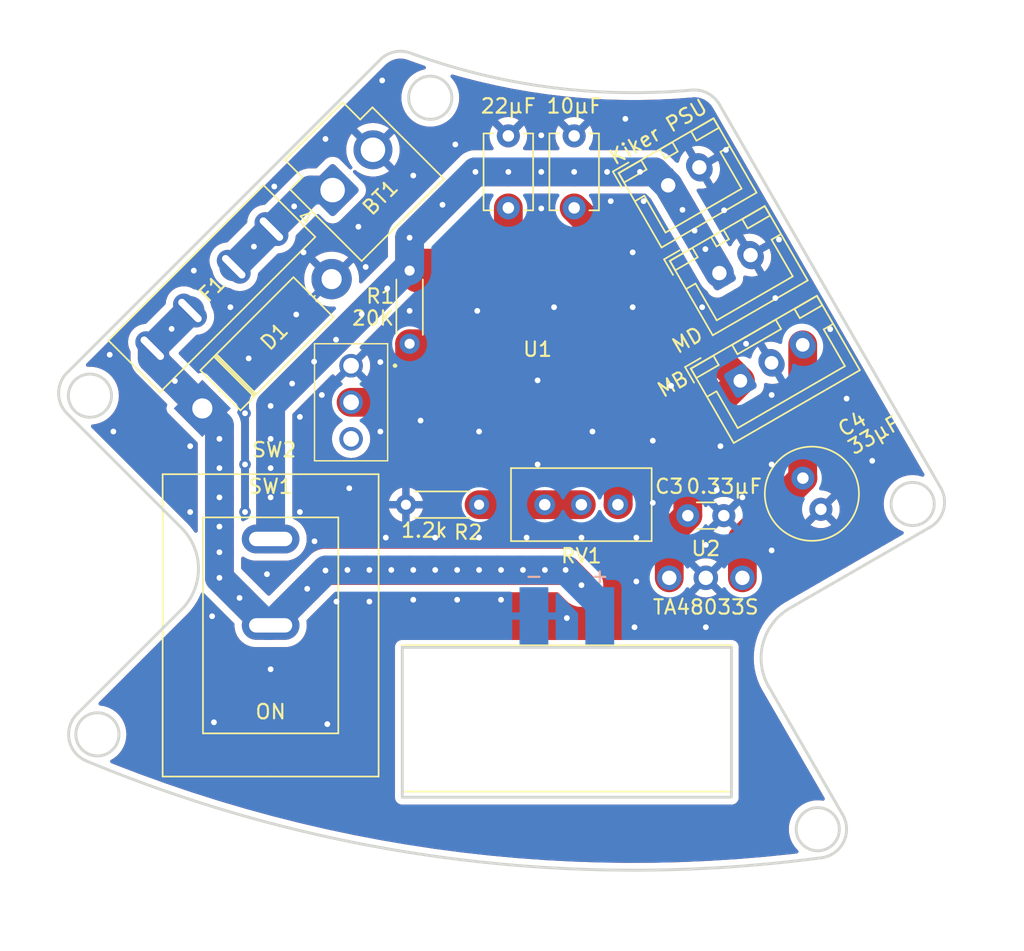
<source format=kicad_pcb>
(kicad_pcb (version 20211014) (generator pcbnew)
  (layers (0 "F.Cu" signal) (31 "B.Cu" signal) (34 "B.Paste" user) (35 "F.Paste" user) (36 "B.SilkS" user "B.Silkscreen") (37 "F.SilkS" user "F.Silkscreen") (38 "B.Mask" user) (39 "F.Mask" user) (44 "Edge.Cuts" user))
  (net 0 "")
  (net 1 "Net-(BT1-Pad1)")
  (net 2 "GND")
  (net 3 "+7.5V")
  (net 4 "+5V")
  (net 5 "Net-(D1-Pad1)")
  (net 6 "Net-(R2-Pad1)")
  (net 7 "Net-(RV1-Pad3)")
  (net 9 "+3V3")
  (net 10 "Net-(R1-Pad2)")
  (footprint "Lib:fuse_socket" (layer "F.Cu") (at 130.81 95.504 -135)
    (fp_text reference "F1" (at 0 2.514472 45) (layer "F.SilkS"))
    (fp_text value "Fuse")
    (fp_line (start 7.62 0) (end 0 0) (layer "F.SilkS") (width 0.12))
    (fp_line (start -7.62 5.08) (end 0 5.08) (layer "F.SilkS") (width 0.12))
    (fp_line (start -7.62 0) (end -7.62 5.08) (layer "F.SilkS") (width 0.12))
    (fp_line (start 0 5.08) (end 7.62 5.08) (layer "F.SilkS") (width 0.12))
    (fp_line (start 7.62 5.08) (end 7.62 0) (layer "F.SilkS") (width 0.12))
    (fp_line (start 0 0) (end -7.62 0) (layer "F.SilkS") (width 0.12))
    (pad "1" thru_hole oval locked (at -5.85 2.54 225) (size 1.5 2.7) (drill oval 0.5 2.1) (layers *.Cu *.Mask) (net 1 "Net-(BT1-Pad1)"))
    (pad "1" thru_hole oval locked (at -2.15 2.54 225) (size 1.5 2.7) (drill oval 0.5 2.1) (layers *.Cu *.Mask) (net 1 "Net-(BT1-Pad1)"))
    (pad "2" thru_hole oval locked (at 5.85 2.54 225) (size 1.5 2.7) (drill oval 0.5 2.1) (layers *.Cu *.Mask) (net 5 "Net-(D1-Pad1)"))
    (pad "2" thru_hole oval locked (at 2.15 2.54 225) (size 1.5 2.7) (drill oval 0.5 2.1) (layers *.Cu *.Mask) (net 5 "Net-(D1-Pad1)"))
  )
  (footprint "Diode_THT:D_5W_P12.70mm_Horizontal" (layer "F.Cu") (at 128.351872 102.026129 45)
    (fp_text reference "D1" (at 7.068421 -0.000001 45) (layer "F.SilkS"))
    (fp_text value "D_Shockley" hide)
    (fp_line (start 10.92 -1.97) (end 1.78 -1.97) (layer "F.SilkS") (width 0.12))
    (fp_line (start 3.235 -1.97) (end 3.235 1.97) (layer "F.SilkS") (width 0.12))
    (fp_line (start 11.06 0) (end 10.92 0) (layer "F.SilkS") (width 0.12))
    (fp_line (start 10.92 1.97) (end 10.92 -1.97) (layer "F.SilkS") (width 0.12))
    (fp_line (start 3.115 -1.97) (end 3.115 1.97) (layer "F.SilkS") (width 0.12))
    (fp_line (start 3.355 -1.97) (end 3.355 1.97) (layer "F.SilkS") (width 0.12))
    (fp_line (start 1.78 1.97) (end 10.92 1.97) (layer "F.SilkS") (width 0.12))
    (fp_line (start 1.78 -1.97) (end 1.78 1.97) (layer "F.SilkS") (width 0.12))
    (fp_line (start 1.64 0) (end 1.78 0) (layer "F.SilkS") (width 0.12))
    (pad "1" thru_hole rect (at 0 0 45) (size 2.8 2.8) (drill 1.4) (layers *.Cu *.Mask) (net 5 "Net-(D1-Pad1)"))
    (pad "2" thru_hole oval (at 12.7 0 45) (size 2.8 2.8) (drill 1.4) (layers *.Cu *.Mask) (net 2 "GND"))
  )
  (footprint "Capacitor_THT:C_Radial_D6.3mm_H11.0mm_P2.50mm" (layer "F.Cu") (at 170.063 106.867468 -60)
    (fp_text reference "C4" (at -1.532438 -4.832675 210) (layer "F.SilkS"))
    (fp_text value "33μF" hide)
    (fp_circle (center 1.25 0) (end 4.52 0) (layer "F.SilkS") (width 0.12) (fill none))
    (pad "1" thru_hole circle (at 0 0 300) (size 1.6 1.6) (drill 0.8) (layers *.Cu *.Mask) (net 9 "+3V3"))
    (pad "2" thru_hole circle (at 2.5 0 300) (size 1.6 1.6) (drill 0.8) (layers *.Cu *.Mask) (net 2 "GND"))
  )
  (footprint "Connector_JST:JST_XH_B2B-XH-A_1x02_P2.50mm_Vertical" (layer "F.Cu") (at 160.706969 86.530337 30)
    (fp_text reference "Kiker PSU" (at 1.25 -3.55 30) (layer "F.SilkS"))
    (fp_text value "Conn_01x02_Female" hide)
    (fp_line (start 5.06 3.51) (end 5.06 -2.46) (layer "F.SilkS") (width 0.12))
    (fp_line (start 3.25 -1.7) (end 5.05 -1.7) (layer "F.SilkS") (width 0.12))
    (fp_line (start -0.75 -1.7) (end -0.75 -2.45) (layer "F.SilkS") (width 0.12))
    (fp_line (start 4.3 2.75) (end 1.25 2.75) (layer "F.SilkS") (width 0.12))
    (fp_line (start 5.06 -2.46) (end -2.56 -2.46) (layer "F.SilkS") (width 0.12))
    (fp_line (start 0.75 -2.45) (end 0.75 -1.7) (layer "F.SilkS") (width 0.12))
    (fp_line (start -1.6 -2.75) (end -2.85 -2.75) (layer "F.SilkS") (width 0.12))
    (fp_line (start 0.75 -1.7) (end 1.75 -1.7) (layer "F.SilkS") (width 0.12))
    (fp_line (start -1.8 2.75) (end 1.25 2.75) (layer "F.SilkS") (width 0.12))
    (fp_line (start -2.56 3.51) (end 5.06 3.51) (layer "F.SilkS") (width 0.12))
    (fp_line (start 3.25 -2.45) (end 3.25 -1.7) (layer "F.SilkS") (width 0.12))
    (fp_line (start 4.3 -0.2) (end 4.3 2.75) (layer "F.SilkS") (width 0.12))
    (fp_line (start 5.05 -1.7) (end 5.05 -2.45) (layer "F.SilkS") (width 0.12))
    (fp_line (start 1.75 -1.7) (end 1.75 -2.45) (layer "F.SilkS") (width 0.12))
    (fp_line (start -0.75 -2.45) (end -2.55 -2.45) (layer "F.SilkS") (width 0.12))
    (fp_line (start 5.05 -0.2) (end 4.3 -0.2) (layer "F.SilkS") (width 0.12))
    (fp_line (start -2.55 -2.45) (end -2.55 -1.7) (layer "F.SilkS") (width 0.12))
    (fp_line (start -2.56 -2.46) (end -2.56 3.51) (layer "F.SilkS") (width 0.12))
    (fp_line (start -2.55 -0.2) (end -1.8 -0.2) (layer "F.SilkS") (width 0.12))
    (fp_line (start -2.85 -2.75) (end -2.85 -1.5) (layer "F.SilkS") (width 0.12))
    (fp_line (start 5.05 -2.45) (end 3.25 -2.45) (layer "F.SilkS") (width 0.12))
    (fp_line (start -2.55 -1.7) (end -0.75 -1.7) (layer "F.SilkS") (width 0.12))
    (fp_line (start -1.8 -0.2) (end -1.8 2.75) (layer "F.SilkS") (width 0.12))
    (fp_line (start 1.75 -2.45) (end 0.75 -2.45) (layer "F.SilkS") (width 0.12))
    (pad "1" thru_hole roundrect (at 0 0 30) (size 1.7 2) (drill 1) (layers *.Cu *.Mask) (roundrect_rratio 0.1470588235) (net 3 "+7.5V"))
    (pad "2" thru_hole oval (at 2.5 0 30) (size 1.7 2) (drill 1) (layers *.Cu *.Mask) (net 2 "GND"))
  )
  (footprint "Capacitor_THT:C_Disc_D5.1mm_W3.2mm_P5.00mm" (layer "F.Cu") (at 149.606 88.098 90)
    (fp_text reference "22μF" (at 7.072 0 180) (layer "F.SilkS"))
    (fp_text value "22μF")
    (fp_line (start -0.17 -1.721) (end 5.17 -1.721) (layer "F.SilkS") (width 0.12))
    (fp_line (start -0.17 1.721) (end 5.17 1.721) (layer "F.SilkS") (width 0.12))
    (fp_line (start 5.17 -1.721) (end 5.17 -1.055) (layer "F.SilkS") (width 0.12))
    (fp_line (start -0.17 1.055) (end -0.17 1.721) (layer "F.SilkS") (width 0.12))
    (fp_line (start -0.17 -1.721) (end -0.17 -1.055) (layer "F.SilkS") (width 0.12))
    (fp_line (start 5.17 1.055) (end 5.17 1.721) (layer "F.SilkS") (width 0.12))
    (pad "1" thru_hole circle (at 0 0 90) (size 1.6 1.6) (drill 0.8) (layers *.Cu *.Mask) (net 3 "+7.5V"))
    (pad "2" thru_hole circle (at 5 0 90) (size 1.6 1.6) (drill 0.8) (layers *.Cu *.Mask) (net 2 "GND"))
  )
  (footprint "Lib:2MS1T2B4M2QES" (layer "F.Cu") (at 138.684 99.06 180)
    (fp_text reference "SW2" (at 5.334 -5.842) (layer "F.SilkS"))
    (fp_text value "SW_DIP_x01" hide)
    (fp_line (start -2.54 -6.605) (end -2.54 1.525) (layer "F.SilkS") (width 0.1))
    (fp_line (start -3.1 0) (end -3.1 0) (layer "F.SilkS") (width 0.2))
    (fp_line (start 2.54 -6.605) (end -2.54 -6.605) (layer "F.SilkS") (width 0.1))
    (fp_line (start -3 0) (end -3 0) (layer "F.SilkS") (width 0.2))
    (fp_line (start -2.54 1.525) (end 2.54 1.525) (layer "F.SilkS") (width 0.1))
    (fp_line (start -3.1 0) (end -3.1 0) (layer "F.SilkS") (width 0.2))
    (fp_line (start 2.54 1.525) (end 2.54 -6.605) (layer "F.SilkS") (width 0.1))
    (fp_arc (start -3 0) (mid -3.05 0.05) (end -3.1 0) (layer "F.SilkS") (width 0.2))
    (fp_arc (start -3.1 0) (mid -3.05 -0.05) (end -3 0) (layer "F.SilkS") (width 0.2))
    (fp_arc (start -3 0) (mid -3.05 0.05) (end -3.1 0) (layer "F.SilkS") (width 0.2))
    (pad "1" thru_hole circle locked (at 0 0 180) (size 1.635 1.635) (drill 1.09) (layers *.Cu *.Mask) (net 2 "GND"))
    (pad "2" thru_hole circle locked (at 0 -2.54 180) (size 1.635 1.635) (drill 1.09) (layers *.Cu *.Mask) (net 10 "Net-(R1-Pad2)"))
    (pad "3" thru_hole circle locked (at 0 -5.08 180) (size 1.635 1.635) (drill 1.09) (layers *.Cu *.Mask))
  )
  (footprint "Connector_JST:JST_XH_B3B-XH-A_1x03_P2.50mm_Vertical" (layer "F.Cu") (at 165.720437 100.109337 30)
    (fp_text reference "MB" (at -4.167173 -2.151119 30) (layer "F.SilkS"))
    (fp_text value "Conn_01x03_Female" hide)
    (fp_line (start -1.8 -0.2) (end -1.8 2.75) (layer "F.SilkS") (width 0.12))
    (fp_line (start 4.25 -2.45) (end 0.75 -2.45) (layer "F.SilkS") (width 0.12))
    (fp_line (start 7.56 3.51) (end 7.56 -2.46) (layer "F.SilkS") (width 0.12))
    (fp_line (start 0.75 -2.45) (end 0.75 -1.7) (layer "F.SilkS") (width 0.12))
    (fp_line (start 7.55 -2.45) (end 5.75 -2.45) (layer "F.SilkS") (width 0.12))
    (fp_line (start 6.8 -0.2) (end 6.8 2.75) (layer "F.SilkS") (width 0.12))
    (fp_line (start -0.75 -1.7) (end -0.75 -2.45) (layer "F.SilkS") (width 0.12))
    (fp_line (start 5.75 -1.7) (end 7.55 -1.7) (layer "F.SilkS") (width 0.12))
    (fp_line (start -0.75 -2.45) (end -2.55 -2.45) (layer "F.SilkS") (width 0.12))
    (fp_line (start -2.55 -2.45) (end -2.55 -1.7) (layer "F.SilkS") (width 0.12))
    (fp_line (start 0.75 -1.7) (end 4.25 -1.7) (layer "F.SilkS") (width 0.12))
    (fp_line (start 7.55 -1.7) (end 7.55 -2.45) (layer "F.SilkS") (width 0.12))
    (fp_line (start 7.56 -2.46) (end -2.56 -2.46) (layer "F.SilkS") (width 0.12))
    (fp_line (start 4.25 -1.7) (end 4.25 -2.45) (layer "F.SilkS") (width 0.12))
    (fp_line (start 7.55 -0.2) (end 6.8 -0.2) (layer "F.SilkS") (width 0.12))
    (fp_line (start -2.56 -2.46) (end -2.56 3.51) (layer "F.SilkS") (width 0.12))
    (fp_line (start 5.75 -2.45) (end 5.75 -1.7) (layer "F.SilkS") (width 0.12))
    (fp_line (start -2.56 3.51) (end 7.56 3.51) (layer "F.SilkS") (width 0.12))
    (fp_line (start -1.6 -2.75) (end -2.85 -2.75) (layer "F.SilkS") (width 0.12))
    (fp_line (start 6.8 2.75) (end 2.5 2.75) (layer "F.SilkS") (width 0.12))
    (fp_line (start -1.8 2.75) (end 2.5 2.75) (layer "F.SilkS") (width 0.12))
    (fp_line (start -2.85 -2.75) (end -2.85 -1.5) (layer "F.SilkS") (width 0.12))
    (fp_line (start -2.55 -0.2) (end -1.8 -0.2) (layer "F.SilkS") (width 0.12))
    (fp_line (start -2.55 -1.7) (end -0.75 -1.7) (layer "F.SilkS") (width 0.12))
    (pad "1" thru_hole roundrect (at 0 0 30) (size 1.7 1.95) (drill 0.95) (layers *.Cu *.Mask) (roundrect_rratio 0.1470588235) (net 4 "+5V"))
    (pad "2" thru_hole oval (at 2.5 0 30) (size 1.7 1.95) (drill 0.95) (layers *.Cu *.Mask) (net 2 "GND"))
    (pad "3" thru_hole oval (at 5 0 30) (size 1.7 1.95) (drill 0.95) (layers *.Cu *.Mask) (net 9 "+3V3"))
  )
  (footprint "Lib:voltage_counter" (layer "F.Cu") (at 153.67 128.637 180)
    (fp_text reference "MES1" hide)
    (fp_text value "Voltmeter_DC")
    (fp_text user "-" (at 2.286 14.986) (layer "B.SilkS") (effects (justify mirror)))
    (fp_text user "+" (at -2.286 14.986) (layer "B.SilkS") (effects (justify mirror)))
    (fp_line (start -11.43 10.16) (end -11.43 0) (layer "F.SilkS") (width 0.12))
    (fp_line (start 11.43 0) (end 11.43 10.16) (layer "F.SilkS") (width 0.12))
    (fp_line (start 0 10.16) (end -11.43 10.16) (layer "F.SilkS") (width 0.12))
    (fp_line (start 11.43 10.16) (end 0 10.16) (layer "F.SilkS") (width 0.12))
    (fp_line (start -11.43 0) (end 0 0) (layer "F.SilkS") (width 0.12))
    (fp_line (start 0 0) (end 11.43 0) (layer "F.SilkS") (width 0.12))
    (pad "1" smd rect locked (at 2.286 12.192 180) (size 2 4) (layers "B.Cu" "B.Paste" "B.Mask") (net 2 "GND"))
    (pad "2" smd rect locked (at -2.286 12.192 180) (size 2 4) (layers "B.Cu" "B.Paste" "B.Mask") (net 5 "Net-(D1-Pad1)"))
  )
  (footprint "Resistor_THT:R_Axial_DIN0204_L3.6mm_D1.6mm_P5.08mm_Horizontal" (layer "F.Cu") (at 142.748 92.456 -90)
    (fp_text reference "R1" (at 1.778 2.032 180) (layer "F.SilkS"))
    (fp_text value "20K" (at 3.302 2.54 180) (layer "F.SilkS"))
    (fp_line (start 0.62 -0.92) (end 4.46 -0.92) (layer "F.SilkS") (width 0.12))
    (fp_line (start 0.62 0.92) (end 4.46 0.92) (layer "F.SilkS") (width 0.12))
    (pad "1" thru_hole circle (at 0 0 270) (size 1.4 1.4) (drill 0.7) (layers *.Cu *.Mask) (net 3 "+7.5V"))
    (pad "2" thru_hole oval (at 5.08 0 270) (size 1.4 1.4) (drill 0.7) (layers *.Cu *.Mask) (net 10 "Net-(R1-Pad2)"))
  )
  (footprint "Potentiometer_THT:Potentiometer_Bourns_3296W_Vertical" (layer "F.Cu") (at 152.136 108.712 180)
    (fp_text reference "RV1" (at -2.54 -3.556) (layer "F.SilkS"))
    (fp_text value "R_Potentiometer_Trim_US" hide)
    (fp_line (start -7.425 2.54) (end 2.345 2.54) (layer "F.SilkS") (width 0.12))
    (fp_line (start -7.425 -2.53) (end -7.425 2.54) (layer "F.SilkS") (width 0.12))
    (fp_line (start -7.425 -2.53) (end 2.345 -2.53) (layer "F.SilkS") (width 0.12))
    (fp_line (start 2.345 -2.53) (end 2.345 2.54) (layer "F.SilkS") (width 0.12))
    (pad "1" thru_hole circle (at 0 0 180) (size 1.44 1.44) (drill 0.8) (layers *.Cu *.Mask) (net 6 "Net-(R2-Pad1)"))
    (pad "2" thru_hole circle (at -2.54 0 180) (size 1.44 1.44) (drill 0.8) (layers *.Cu *.Mask) (net 6 "Net-(R2-Pad1)"))
    (pad "3" thru_hole circle (at -5.08 0 180) (size 1.44 1.44) (drill 0.8) (layers *.Cu *.Mask) (net 7 "Net-(RV1-Pad3)"))
  )
  (footprint "Resistor_THT:R_Axial_DIN0204_L3.6mm_D1.6mm_P5.08mm_Horizontal" (layer "F.Cu") (at 147.574 108.712 180)
    (fp_text reference "R2" (at 0.762 -1.92) (layer "F.SilkS"))
    (fp_text value "1.2k" (at 3.81 -1.778) (layer "F.SilkS"))
    (fp_line (start 0.62 -0.92) (end 4.46 -0.92) (layer "F.SilkS") (width 0.12))
    (fp_line (start 0.62 0.92) (end 4.46 0.92) (layer "F.SilkS") (width 0.12))
    (pad "1" thru_hole circle (at 0 0 180) (size 1.4 1.4) (drill 0.7) (layers *.Cu *.Mask) (net 6 "Net-(R2-Pad1)"))
    (pad "2" thru_hole oval (at 5.08 0 180) (size 1.4 1.4) (drill 0.7) (layers *.Cu *.Mask) (net 2 "GND"))
  )
  (footprint "Capacitor_THT:C_Disc_D3.0mm_W1.6mm_P2.50mm" (layer "F.Cu") (at 162.072 109.474)
    (fp_text reference "C3" (at -1.29 -2.032) (layer "F.SilkS"))
    (fp_text value "0.33μF" hide)
    (fp_line (start 0.621 -0.92) (end 1.879 -0.92) (layer "F.SilkS") (width 0.12))
    (fp_line (start 0.621 0.92) (end 1.879 0.92) (layer "F.SilkS") (width 0.12))
    (pad "1" thru_hole circle (at 0 0) (size 1.6 1.6) (drill 0.8) (layers *.Cu *.Mask) (net 4 "+5V"))
    (pad "2" thru_hole circle (at 2.5 0) (size 1.6 1.6) (drill 0.8) (layers *.Cu *.Mask) (net 2 "GND"))
  )
  (footprint "Connector_JST:JST_VH_B2P-VH-B_1x02_P3.96mm_Vertical" (layer "F.Cu") (at 137.40302 86.863163 45)
    (fp_text reference "BT1" (at 1.98 2.705261 45) (layer "F.SilkS"))
    (fp_text value "Battery")
    (fp_line (start -0.86 -3.81) (end 4.82 -3.81) (layer "F.SilkS") (width 0.12))
    (fp_line (start -2.06 -2.11) (end -0.86 -2.11) (layer "F.SilkS") (width 0.12))
    (fp_line (start -2.06 4.91) (end -2.06 -2.11) (layer "F.SilkS") (width 0.12))
    (fp_line (start -2.86 -0.3) (end -2.26 0) (layer "F.SilkS") (width 0.12))
    (fp_line (start -0.86 -2.11) (end -0.86 -3.81) (layer "F.SilkS") (width 0.12))
    (fp_line (start -2.86 0.3) (end -2.86 -0.3) (layer "F.SilkS") (width 0.12))
    (fp_line (start 4.82 -2.11) (end 6.02 -2.11) (layer "F.SilkS") (width 0.12))
    (fp_line (start 6.02 -2.11) (end 6.02 4.91) (layer "F.SilkS") (width 0.12))
    (fp_line (start 4.82 -3.81) (end 4.82 -2.11) (layer "F.SilkS") (width 0.12))
    (fp_line (start -2.26 0) (end -2.86 0.3) (layer "F.SilkS") (width 0.12))
    (fp_line (start 6.02 4.91) (end -2.06 4.91) (layer "F.SilkS") (width 0.12))
    (pad "1" thru_hole roundrect (at 0 0 45) (size 2.7 2.7) (drill 1.7) (layers *.Cu *.Mask) (roundrect_rratio 0.09259296296) (net 1 "Net-(BT1-Pad1)"))
    (pad "2" thru_hole circle (at 3.96 0 45) (size 2.7 2.7) (drill 1.7) (layers *.Cu *.Mask) (net 2 "GND"))
  )
  (footprint "Lib:DS-850k" (layer "F.Cu") (at 133.096 117.094 -90)
    (fp_text reference "SW1" (at -9.652 0) (layer "F.SilkS"))
    (fp_text value "SW_DIP_x01")
    (fp_text user "ON" (at 6 0) (layer "F.SilkS"))
    (fp_line (start 10.5 0) (end 10.5 -7.5) (layer "F.SilkS") (width 0.12))
    (fp_line (start 7.5 0) (end 7.5 -4.7) (layer "F.SilkS") (width 0.12))
    (fp_line (start 10.5 -7.5) (end -10.5 -7.5) (layer "F.SilkS") (width 0.12))
    (fp_line (start 10.5 7.5) (end 10.5 0) (layer "F.SilkS") (width 0.12))
    (fp_line (start 7.5 -4.7) (end -7.5 -4.7) (layer "F.SilkS") (width 0.12))
    (fp_line (start -7.5 4.7) (end 7.5 4.7) (layer "F.SilkS") (width 0.12))
    (fp_line (start -7.5 -4.7) (end -7.5 4.7) (layer "F.SilkS") (width 0.12))
    (fp_line (start -10.5 7.5) (end 10.5 7.5) (layer "F.SilkS") (width 0.12))
    (fp_line (start 7.5 4.7) (end 7.5 0) (layer "F.SilkS") (width 0.12))
    (fp_line (start -10.5 -7.5) (end -10.5 7.5) (layer "F.SilkS") (width 0.12))
    (pad "1" thru_hole oval locked (at 0 0) (size 4 2) (drill oval 3 1) (layers *.Cu *.Mask) (net 5 "Net-(D1-Pad1)"))
    (pad "2" thru_hole oval locked (at -6 0) (size 4 2) (drill oval 3 1) (layers *.Cu *.Mask) (net 3 "+7.5V"))
  )
  (footprint "Capacitor_THT:C_Disc_D5.1mm_W3.2mm_P5.00mm" (layer "F.Cu") (at 154.178 88.098 90)
    (fp_text reference "10μF" (at 7.072 0 180) (layer "F.SilkS"))
    (fp_text value "10μF")
    (fp_line (start -0.17 -1.721) (end -0.17 -1.055) (layer "F.SilkS") (width 0.12))
    (fp_line (start 5.17 1.055) (end 5.17 1.721) (layer "F.SilkS") (width 0.12))
    (fp_line (start -0.17 1.055) (end -0.17 1.721) (layer "F.SilkS") (width 0.12))
    (fp_line (start -0.17 1.721) (end 5.17 1.721) (layer "F.SilkS") (width 0.12))
    (fp_line (start -0.17 -1.721) (end 5.17 -1.721) (layer "F.SilkS") (width 0.12))
    (fp_line (start 5.17 -1.721) (end 5.17 -1.055) (layer "F.SilkS") (width 0.12))
    (pad "1" thru_hole circle (at 0 0 90) (size 1.6 1.6) (drill 0.8) (layers *.Cu *.Mask) (net 4 "+5V"))
    (pad "2" thru_hole circle (at 5 0 90) (size 1.6 1.6) (drill 0.8) (layers *.Cu *.Mask) (net 2 "GND"))
  )
  (footprint "Lib:DCDC-murata-6A" (layer "F.Cu") (at 145.538 103.636)
    (fp_text reference "U1" (at 6.096 -5.715 -180) (layer "F.SilkS"))
    (fp_text value "OKL-T_6-W12N-C" hide)
    (pad "1" smd trapezoid locked (at 0.5 -6.1) (size 3 1.2) (layers "F.Cu" "F.Paste" "F.Mask") (net 10 "Net-(R1-Pad2)"))
    (pad "2" smd trapezoid locked (at 0.5 -10.68) (size 3 1.2) (layers "F.Cu" "F.Paste" "F.Mask") (net 3 "+7.5V"))
    (pad "2" smd trapezoid locked (at 2.665 -10.68) (size 4.07 1.77) (layers "F.Cu" "F.Paste" "F.Mask") (net 3 "+7.5V"))
    (pad "2" smd trapezoid locked (at 3.81 -11.7) (size 1.2 3) (layers "F.Cu" "F.Paste" "F.Mask") (net 3 "+7.5V"))
    (pad "3" smd trapezoid locked (at 8.39 -11.7) (size 1.2 3) (layers "F.Cu" "F.Paste" "F.Mask") (net 2 "GND"))
    (pad "3" smd trapezoid locked (at 6.1 -11.7) (size 1.2 3) (layers "F.Cu" "F.Paste" "F.Mask") (net 2 "GND"))
    (pad "3" smd trapezoid locked (at 7.245 -10.68) (size 4.07 1.77) (layers "F.Cu" "F.Paste" "F.Mask") (net 2 "GND"))
    (pad "4" smd trapezoid locked (at 10.7 -9.535) (size 1.77 4.07) (layers "F.Cu" "F.Paste" "F.Mask") (net 4 "+5V"))
    (pad "4" smd trapezoid locked (at 11.7 -10.68) (size 3 1.2) (layers "F.Cu" "F.Paste" "F.Mask") (net 4 "+5V"))
    (pad "5" smd trapezoid locked (at 11.7 -6.1) (size 3 1.2) (layers "F.Cu" "F.Paste" "F.Mask") (net 4 "+5V"))
    (pad "6" smd trapezoid locked (at 11.7 -1.52) (size 3 1.2) (layers "F.Cu" "F.Paste" "F.Mask") (net 7 "Net-(RV1-Pad3)"))
    (pad "7" smd trapezoid locked (at 6.1 -0.5) (size 1.2 3) (layers "F.Cu" "F.Paste" "F.Mask") (net 2 "GND"))
    (pad "8" smd trapezoid locked (at 3.81 -0.5) (size 1.2 3) (layers "F.Cu" "F.Paste" "F.Mask"))
    (pad "9" smd trapezoid locked (at 0.5 -1.52) (size 3 1.2) (layers "F.Cu" "F.Paste" "F.Mask"))
    (pad "10" smd trapezoid locked (at 0.5 -3.81) (size 3 1.2) (layers "F.Cu" "F.Paste" "F.Mask"))
    (pad "11" smd trapezoid locked (at 12.45 -3.81) (size 1.5 1.2) (layers "F.Cu" "F.Paste" "F.Mask"))
    (pad "12" smd trapezoid locked (at 8.39 -0.5) (size 1.2 3) (layers "F.Cu" "F.Paste" "F.Mask"))
    (pad "13" smd trapezoid locked (at 10.7 -3.81) (size 1 1.2) (layers "F.Cu" "F.Paste" "F.Mask"))
  )
  (footprint "Connector_JST:JST_XH_B2B-XH-A_1x02_P2.50mm_Vertical" (layer "F.Cu") (at 164.262969 92.626337 30)
    (fp_text reference "MD" (at -4.242587 2.926438 210) (layer "F.SilkS"))
    (fp_text value "Conn_01x02_Female" hide)
    (fp_line (start -2.56 3.51) (end 5.06 3.51) (layer "F.SilkS") (width 0.12))
    (fp_line (start 5.06 3.51) (end 5.06 -2.46) (layer "F.SilkS") (width 0.12))
    (fp_line (start -2.85 -2.75) (end -2.85 -1.5) (layer "F.SilkS") (width 0.12))
    (fp_line (start -1.6 -2.75) (end -2.85 -2.75) (layer "F.SilkS") (width 0.12))
    (fp_line (start 5.05 -0.2) (end 4.3 -0.2) (layer "F.SilkS") (width 0.12))
    (fp_line (start 3.25 -1.7) (end 5.05 -1.7) (layer "F.SilkS") (width 0.12))
    (fp_line (start -0.75 -2.45) (end -2.55 -2.45) (layer "F.SilkS") (width 0.12))
    (fp_line (start -2.55 -2.45) (end -2.55 -1.7) (layer "F.SilkS") (width 0.12))
    (fp_line (start 4.3 2.75) (end 1.25 2.75) (layer "F.SilkS") (width 0.12))
    (fp_line (start 5.05 -2.45) (end 3.25 -2.45) (layer "F.SilkS") (width 0.12))
    (fp_line (start 0.75 -2.45) (end 0.75 -1.7) (layer "F.SilkS") (width 0.12))
    (fp_line (start 5.05 -1.7) (end 5.05 -2.45) (layer "F.SilkS") (width 0.12))
    (fp_line (start 1.75 -2.45) (end 0.75 -2.45) (layer "F.SilkS") (width 0.12))
    (fp_line (start -2.55 -1.7) (end -0.75 -1.7) (layer "F.SilkS") (width 0.12))
    (fp_line (start 1.75 -1.7) (end 1.75 -2.45) (layer "F.SilkS") (width 0.12))
    (fp_line (start 3.25 -2.45) (end 3.25 -1.7) (layer "F.SilkS") (width 0.12))
    (fp_line (start 5.06 -2.46) (end -2.56 -2.46) (layer "F.SilkS") (width 0.12))
    (fp_line (start -2.55 -0.2) (end -1.8 -0.2) (layer "F.SilkS") (width 0.12))
    (fp_line (start -1.8 2.75) (end 1.25 2.75) (layer "F.SilkS") (width 0.12))
    (fp_line (start -1.8 -0.2) (end -1.8 2.75) (layer "F.SilkS") (width 0.12))
    (fp_line (start 0.75 -1.7) (end 1.75 -1.7) (layer "F.SilkS") (width 0.12))
    (fp_line (start 4.3 -0.2) (end 4.3 2.75) (layer "F.SilkS") (width 0.12))
    (fp_line (start -2.56 -2.46) (end -2.56 3.51) (layer "F.SilkS") (width 0.12))
    (fp_line (start -0.75 -1.7) (end -0.75 -2.45) (layer "F.SilkS") (width 0.12))
    (pad "1" thru_hole roundrect (at 0 0 30) (size 1.7 2) (drill 1) (layers *.Cu *.Mask) (roundrect_rratio 0.1470588235) (net 3 "+7.5V"))
    (pad "2" thru_hole oval (at 2.5 0 30) (size 1.7 2) (drill 1) (layers *.Cu *.Mask) (net 2 "GND"))
  )
  (footprint "Lib:TA48033S" (layer "F.Cu") (at 163.322 111.252)
    (fp_text reference "U2" (at 0 0.508 unlocked) (layer "F.SilkS"))
    (fp_text value "TA48033S" (at 0 4.572 unlocked) (layer "F.SilkS"))
    (pad "1" thru_hole circle (at -2.54 2.54) (size 1.7 1.7) (drill 1) (layers *.Cu *.Mask) (net 4 "+5V"))
    (pad "2" thru_hole circle (at 2.54 2.54) (size 1.7 1.7) (drill 1) (layers *.Cu *.Mask) (net 9 "+3V3"))
    (pad "3" thru_hole circle (at 0 2.54) (size 1.7 1.7) (drill 1) (layers *.Cu *.Mask) (net 2 "GND"))
  )
  (gr_arc locked (start 118.95601 102.378291) (mid 118.370223 100.964078) (end 118.95601 99.549864) (layer "Edge.Cuts") (width 0.2))
  (gr_line locked (start 126.910961 115.990097) (end 119.651769 123.249288) (layer "Edge.Cuts") (width 0.2))
  (gr_circle locked (center 177.685994 108.663346) (end 177.685994 107.163346) (layer "Edge.Cuts") (width 0.2) (fill none))
  (gr_arc locked (start 126.910961 110.333243) (mid 128.082534 113.16167) (end 126.910961 115.990097) (layer "Edge.Cuts") (width 0.2))
  (gr_arc locked (start 162.347407 79.915282) (mid 152.432824 79.7121) (end 142.803484 77.342276) (layer "Edge.Cuts") (width 0.2))
  (gr_line locked (start 179.634551 107.538346) (end 164.259053 80.907202) (layer "Edge.Cuts") (width 0.2))
  (gr_circle locked (center 144.1841 80.449124) (end 144.1841 78.949124) (layer "Edge.Cuts") (width 0.2) (fill none))
  (gr_rect (start 142.24 118.618) (end 165.1 129.032) (layer "Edge.Cuts") (width 0.2) (fill none))
  (gr_arc locked (start 167.695613 121.359498) (mid 167.296011 118.324222) (end 169.159714 115.895396) (layer "Edge.Cuts") (width 0.2))
  (gr_arc locked (start 140.700247 77.805626) (mid 141.684172 77.266676) (end 142.803484 77.342276) (layer "Edge.Cuts") (width 0.2))
  (gr_arc locked (start 179.634551 107.538346) (mid 179.834352 109.055984) (end 178.9025 110.270396) (layer "Edge.Cuts") (width 0.2))
  (gr_arc locked (start 120.298137 126.510232) (mid 119.10415 125.052366) (end 119.651769 123.249288) (layer "Edge.Cuts") (width 0.2))
  (gr_line locked (start 169.159714 115.895396) (end 178.9025 110.270396) (layer "Edge.Cuts") (width 0.2))
  (gr_line locked (start 140.700247 77.805626) (end 118.95601 99.549864) (layer "Edge.Cuts") (width 0.2))
  (gr_circle locked (center 171.096586 131.250156) (end 171.096586 129.750156) (layer "Edge.Cuts") (width 0.2) (fill none))
  (gr_line locked (start 118.95601 102.378291) (end 126.910961 110.333243) (layer "Edge.Cuts") (width 0.2))
  (gr_arc locked (start 172.828636 130.250156) (mid 172.890924 132.133529) (end 171.360299 133.232693) (layer "Edge.Cuts") (width 0.2))
  (gr_line locked (start 172.828636 130.250156) (end 167.695613 121.359498) (layer "Edge.Cuts") (width 0.2))
  (gr_arc locked (start 171.360299 133.232693) (mid 145.384409 133.250122) (end 120.298137 126.510232) (layer "Edge.Cuts") (width 0.2))
  (gr_circle locked (center 120.547 101.140854) (end 120.547 99.640854) (layer "Edge.Cuts") (width 0.2) (fill none))
  (gr_arc locked (start 162.347407 79.915282) (mid 163.448146 80.131957) (end 164.259053 80.907202) (layer "Edge.Cuts") (width 0.2))
  (gr_circle locked (center 121.065983 124.663502) (end 121.065983 123.163502) (layer "Edge.Cuts") (width 0.2) (fill none))
  (gr_text "0.33μF" (at 164.592 107.442) (layer "F.SilkS") (effects (font (size 1 1))))
  (gr_text "33μF" (at 175.006 103.886 30) (layer "F.SilkS") (effects (font (size 1 1))))
  (segment (start 134.728948 87.992948) (end 133.150523 89.571374) (width 2) (layer "F.Cu") (net 1))
  (segment (start 135.858734 86.863163) (end 134.728948 87.992948) (width 2) (layer "F.Cu") (net 1))
  (segment (start 131.934948 90.786948) (end 130.534228 92.187669) (width 2) (layer "F.Cu") (net 1))
  (segment (start 133.150523 89.571374) (end 131.934948 90.786948) (width 2) (layer "F.Cu") (net 1))
  (segment (start 137.40302 86.863163) (end 135.858734 86.863163) (width 2) (layer "F.Cu") (net 1))
  (via (at 134.728948 87.992948) (size 0.8) (drill 0.4) (layers "F.Cu" "B.Cu") (net 1))
  (via (at 131.934948 90.786948) (size 0.8) (drill 0.4) (layers "F.Cu" "B.Cu") (net 1))
  (segment (start 137.40302 86.863163) (end 135.858734 86.863163) (width 2) (layer "B.Cu") (net 1))
  (segment (start 135.858734 86.863163) (end 130.534228 92.187669) (width 2) (layer "B.Cu") (net 1))
  (via (at 158.496 110.998) (size 0.8) (drill 0.4) (layers "F.Cu" "B.Cu") (net 2))
  (via (at 160.909 100.457) (size 0.8) (drill 0.4) (layers "F.Cu" "B.Cu") (net 2))
  (via (at 168.402 90.297) (size 0.8) (drill 0.4) (layers "F.Cu" "B.Cu") (net 2))
  (via (at 159.639 108.585) (size 0.8) (drill 0.4) (layers "F.Cu" "B.Cu") (net 2))
  (via (at 163.322 111.506) (size 0.8) (drill 0.4) (layers "F.Cu" "B.Cu") (net 2))
  (via (at 122.174 103.632) (size 0.8) (drill 0.4) (layers "F.Cu" "B.Cu") (net 2))
  (via (at 151.638 105.918) (size 0.8) (drill 0.4) (layers "F.Cu" "B.Cu") (net 2))
  (via (at 136.144 111.252) (size 0.8) (drill 0.4) (layers "F.Cu" "B.Cu") (net 2))
  (via (at 136.652 101.092) (size 0.8) (drill 0.4) (layers "F.Cu" "B.Cu") (net 2))
  (via (at 139.7 92.202) (size 0.8) (drill 0.4) (layers "F.Cu" "B.Cu") (net 2))
  (via (at 166.116 97.536) (size 0.8) (drill 0.4) (layers "F.Cu" "B.Cu") (net 2))
  (via (at 132.842 113.538) (size 0.8) (drill 0.4) (layers "F.Cu" "B.Cu") (net 2))
  (via (at 140.843 79.248) (size 0.8) (drill 0.4) (layers "F.Cu" "B.Cu") (net 2))
  (via (at 164.338 104.648) (size 0.8) (drill 0.4) (layers "F.Cu" "B.Cu") (net 2))
  (via (at 152.781 94.996) (size 0.8) (drill 0.4) (layers "F.Cu" "B.Cu") (net 2))
  (via (at 144.526 110.998) (size 0.8) (drill 0.4) (layers "F.Cu" "B.Cu") (net 2))
  (via (at 155.448 103.632) (size 0.8) (drill 0.4) (layers "F.Cu" "B.Cu") (net 2))
  (via (at 143.002 85.852) (size 0.8) (drill 0.4) (layers "F.Cu" "B.Cu") (net 2))
  (via (at 147.574 103.632) (size 0.8) (drill 0.4) (layers "F.Cu" "B.Cu") (net 2))
  (via (at 149.098 115.316) (size 0.8) (drill 0.4) (layers "F.Cu" "B.Cu") (net 2))
  (via (at 146.05 115.316) (size 0.8) (drill 0.4) (layers "F.Cu" "B.Cu") (net 2))
  (via (at 154.686 110.998) (size 0.8) (drill 0.4) (layers "F.Cu" "B.Cu") (net 2))
  (via (at 168.148 94.361) (size 0.8) (drill 0.4) (layers "F.Cu" "B.Cu") (net 2))
  (via (at 151.892 88.138) (size 0.8) (drill 0.4) (layers "F.Cu" "B.Cu") (net 2))
  (via (at 153.67 116.586) (size 0.8) (drill 0.4) (layers "F.Cu" "B.Cu") (net 2))
  (via (at 151.638 100.076) (size 0.8) (drill 0.4) (layers "F.Cu" "B.Cu") (net 2))
  (via (at 133.096 120.142) (size 0.8) (drill 0.4) (layers "F.Cu" "B.Cu") (net 2))
  (via (at 173.101 101.346) (size 0.8) (drill 0.4) (layers "F.Cu" "B.Cu") (net 2))
  (via (at 137.668 115.443) (size 0.8) (drill 0.4) (layers "F.Cu" "B.Cu") (net 2))
  (via (at 137.033 123.952) (size 0.8) (drill 0.4) (layers "F.Cu" "B.Cu") (net 2))
  (via (at 158.242 94.996) (size 0.8) (drill 0.4) (layers "F.Cu" "B.Cu") (net 2))
  (via (at 165.862 108.204) (size 0.8) (drill 0.4) (layers "F.Cu" "B.Cu") (net 2))
  (via (at 131.572 98.552) (size 0.8) (drill 0.4) (layers "F.Cu" "B.Cu") (net 2))
  (via (at 158.369 117.221) (size 0.8) (drill 0.4) (layers "F.Cu" "B.Cu") (net 2))
  (via (at 164.084 107.696) (size 0.8) (drill 0.4) (layers "F.Cu" "B.Cu") (net 2))
  (via (at 151.892 83.058) (size 0.8) (drill 0.4) (layers "F.Cu" "B.Cu") (net 2))
  (via (at 143.002 115.316) (size 0.8) (drill 0.4) (layers "F.Cu" "B.Cu") (net 2))
  (via (at 174.879 105.664) (size 0.8) (drill 0.4) (layers "F.Cu" "B.Cu") (net 2))
  (via (at 158.496 114.046) (size 0.8) (drill 0.4) (layers "F.Cu" "B.Cu") (net 2))
  (via (at 140.716 98.806) (size 0.8) (drill 0.4) (layers "F.Cu" "B.Cu") (net 2))
  (via (at 141.097 110.998) (size 0.8) (drill 0.4) (layers "F.Cu" "B.Cu") (net 2))
  (via (at 127.508 109.22) (size 0.8) (drill 0.4) (layers "F.Cu" "B.Cu") (net 2))
  (via (at 140.716 103.632) (size 0.8) (drill 0.4) (layers "F.Cu" "B.Cu") (net 2))
  (via (at 136.906 83.312) (size 0.8) (drill 0.4) (layers "F.Cu" "B.Cu") (net 2))
  (via (at 145.923 83.693) (size 0.8) (drill 0.4) (layers "F.Cu" "B.Cu") (net 2))
  (via (at 133.35 86.614) (size 0.8) (drill 0.4) (layers "F.Cu" "B.Cu") (net 2))
  (via (at 127.762 92.456) (size 0.8) (drill 0.4) (layers "F.Cu" "B.Cu") (net 2))
  (via (at 150.876 110.998) (size 0.8) (drill 0.4) (layers "F.Cu" "B.Cu") (net 2))
  (via (at 135.382 91.186) (size 0.8) (drill 0.4) (layers "F.Cu" "B.Cu") (net 2))
  (via (at 147.447 95.25) (size 0.8) (drill 0.4) (layers "F.Cu" "B.Cu") (net 2))
  (via (at 135.128 109.22) (size 0.8) (drill 0.4) (layers "F.Cu" "B.Cu") (net 2))
  (via (at 131.318 102.362) (size 0.8) (drill 0.4) (layers "F.Cu" "B.Cu") (net 2))
  (via (at 158.242 91.186) (size 0.8) (drill 0.4) (layers "F.Cu" "B.Cu") (net 2))
  (via (at 167.894 111.887) (size 0.8) (drill 0.4) (layers "F.Cu" "B.Cu") (net 2))
  (via (at 171.958 96.52) (size 0.8) (drill 0.4) (layers "F.Cu" "B.Cu") (net 2))
  (via (at 139.954 115.443) (size 0.8) (drill 0.4) (layers "F.Cu" "B.Cu") (net 2))
  (via (at 131.318 109.22) (size 0.8) (drill 0.4) (layers "F.Cu" "B.Cu") (net 2))
  (via (at 127.508 104.648) (size 0.8) (drill 0.4) (layers "F.Cu" "B.Cu") (net 2))
  (via (at 164.592 88.265) (size 0.8) (drill 0.4) (layers "F.Cu" "B.Cu") (net 2))
  (via (at 130.302 94.996) (size 0.8) (drill 0.4) (layers "F.Cu" "B.Cu") (net 2))
  (via (at 138.557 107.569) (size 0.8) (drill 0.4) (layers "F.Cu" "B.Cu") (net 2))
  (via (at 163.322 117.221) (size 0.8) (drill 0.4) (layers "F.Cu" "B.Cu") (net 2))
  (via (at 164.719 84.074) (size 0.8) (drill 0.4) (layers "F.Cu" "B.Cu") (net 2))
  (via (at 147.574 110.998) (size 0.8) (drill 0.4) (layers "F.Cu" "B.Cu") (net 2))
  (via (at 143.51 102.87) (size 0.8) (drill 0.4) (layers "F.Cu" "B.Cu") (net 2))
  (via (at 159.004 87.63) (size 0.8) (drill 0.4) (layers "F.Cu" "B.Cu") (net 2))
  (via (at 163.068 94.996) (size 0.8) (drill 0.4) (layers "F.Cu" "B.Cu") (net 2))
  (via (at 139.192 89.408) (size 0.8) (drill 0.4) (layers "F.Cu" "B.Cu") (net 2))
  (via (at 129.032 116.459) (size 0.8) (drill 0.4) (layers "F.Cu" "B.Cu") (net 2))
  (via (at 159.639 104.267) (size 0.8) (drill 0.4) (layers "F.Cu" "B.Cu") (net 2))
  (via (at 129.159 123.825) (size 0.8) (drill 0.4) (layers "F.Cu" "B.Cu") (net 2))
  (via (at 156.718 87.63) (size 0.8) (drill 0.4) (layers "F.Cu" "B.Cu") (net 2))
  (via (at 131.318 105.918) (size 0.8) (drill 0.4) (layers "F.Cu" "B.Cu") (net 2))
  (via (at 167.894 101.092) (size 0.8) (drill 0.4) (layers "F.Cu" "B.Cu") (net 2))
  (via (at 134.874 95.504) (size 0.8) (drill 0.4) (layers "F.Cu" "B.Cu") (net 2))
  (via (at 157.734 81.915) (size 0.8) (drill 0.4) (layers "F.Cu" "B.Cu") (net 2))
  (via (at 167.894 105.918) (size 0.8) (drill 0.4) (layers "F.Cu" "B.Cu") (net 2))
  (via (at 142.748 95.25) (size 0.8) (drill 0.4) (layers "F.Cu" "B.Cu") (net 2))
  (via (at 135.128 102.616) (size 0.8) (drill 0.4) (layers "F.Cu" "B.Cu") (net 2))
  (via (at 121.92 98.298) (size 0.8) (drill 0.4) (layers "F.Cu" "B.Cu") (net 2))
  (segment (start 146.038 92.956) (end 143.248 92.956) (width 2) (layer "F.Cu") (net 3))
  (segment (start 142.748 92.456) (end 142.748 90.17) (width 2) (layer "F.Cu") (net 3))
  (segment (start 141.194758 93.696758) (end 142.435515 92.456) (width 2) (layer "F.Cu") (net 3))
  (segment (start 149.348 91.936) (end 143.268 91.936) (width 2) (layer "F.Cu") (net 3))
  (segment (start 156.464 85.598) (end 158.75 85.598) (width 2) (layer "F.Cu") (net 3))
  (segment (start 142.435515 92.456) (end 142.748 92.456) (width 2) (layer "F.Cu") (net 3))
  (segment (start 160.706969 86.530337) (end 161.701225 88.234775) (width 2) (layer "F.Cu") (net 3))
  (segment (start 133.096 101.795515) (end 134.590758 100.300758) (width 2) (layer "F.Cu") (net 3))
  (segment (start 151.892 85.598) (end 154.178 85.598) (width 2) (layer "F.Cu") (net 3))
  (segment (start 133.096 104.14) (end 133.096 101.854) (width 2) (layer "F.Cu") (net 3))
  (segment (start 159.774632 85.598) (end 160.706969 86.530337) (width 2) (layer "F.Cu") (net 3))
  (segment (start 158.75 85.598) (end 159.774632 85.598) (width 2) (layer "F.Cu") (net 3))
  (segment (start 163.292067 90.961933) (end 164.262969 92.626337) (width 2) (layer "F.Cu") (net 3))
  (segment (start 142.748 90.17) (end 145.034 87.884) (width 2) (layer "F.Cu") (net 3))
  (segment (start 149.606 91.678) (end 149.348 91.936) (width 2) (layer "F.Cu") (net 3))
  (segment (start 143.268 91.936) (end 142.748 92.456) (width 2) (layer "F.Cu") (net 3))
  (segment (start 147.32 85.598) (end 149.606 85.598) (width 2) (layer "F.Cu") (net 3))
  (segment (start 137.638758 97.252758) (end 139.416758 95.474758) (width 2) (layer "F.Cu") (net 3))
  (segment (start 145.034 87.884) (end 147.32 85.598) (width 2) (layer "F.Cu") (net 3))
  (segment (start 139.416758 95.474758) (end 141.194758 93.696758) (width 2) (layer "F.Cu") (net 3))
  (segment (start 161.701225 88.234775) (end 163.292067 90.961933) (width 2) (layer "F.Cu") (net 3))
  (segment (start 133.096 101.854) (end 133.096 101.795515) (width 2) (layer "F.Cu") (net 3))
  (segment (start 133.096 111.094) (end 133.096 108.204) (width 2) (layer "F.Cu") (net 3))
  (segment (start 134.590758 100.300758) (end 136.114758 98.776758) (width 2) (layer "F.Cu") (net 3))
  (segment (start 149.606 85.598) (end 151.892 85.598) (width 2) (layer "F.Cu") (net 3))
  (segment (start 154.178 85.598) (end 156.464 85.598) (width 2) (layer "F.Cu") (net 3))
  (segment (start 133.096 106.172) (end 133.096 104.14) (width 2) (layer "F.Cu") (net 3))
  (segment (start 143.248 92.956) (end 142.748 92.456) (width 2) (layer "F.Cu") (net 3))
  (segment (start 133.096 108.204) (end 133.096 106.172) (width 2) (layer "F.Cu") (net 3))
  (segment (start 136.114758 98.776758) (end 137.638758 97.252758) (width 2) (layer "F.Cu") (net 3))
  (segment (start 149.606 88.098) (end 149.606 91.678) (width 2) (layer "F.Cu") (net 3))
  (via (at 158.75 85.598) (size 0.8) (drill 0.4) (layers "F.Cu" "B.Cu") (net 3))
  (via (at 161.701225 88.234775) (size 0.8) (drill 0.4) (layers "F.Cu" "B.Cu") (net 3))
  (via (at 133.096 104.14) (size 0.8) (drill 0.4) (layers "F.Cu" "B.Cu") (net 3))
  (via (at 142.748 90.17) (size 0.8) (drill 0.4) (layers "F.Cu" "B.Cu") (net 3))
  (via (at 133.096 106.172) (size 0.8) (drill 0.4) (layers "F.Cu" "B.Cu") (net 3))
  (via (at 145.034 87.884) (size 0.8) (drill 0.4) (layers "F.Cu" "B.Cu") (net 3))
  (via (at 162.543435 89.678565) (size 0.8) (drill 0.4) (layers "F.Cu" "B.Cu") (net 3))
  (via (at 141.194758 93.696758) (size 0.8) (drill 0.4) (layers "F.Cu" "B.Cu") (net 3))
  (via (at 156.464 85.598) (size 0.8) (drill 0.4) (layers "F.Cu" "B.Cu") (net 3))
  (via (at 134.590758 100.300758) (size 0.8) (drill 0.4) (layers "F.Cu" "B.Cu") (net 3))
  (via (at 136.114758 98.776758) (size 0.8) (drill 0.4) (layers "F.Cu" "B.Cu") (net 3))
  (via (at 151.892 85.598) (size 0.8) (drill 0.4) (layers "F.Cu" "B.Cu") (net 3))
  (via (at 163.292067 90.961933) (size 0.8) (drill 0.4) (layers "F.Cu" "B.Cu") (net 3))
  (via (at 139.416758 95.474758) (size 0.8) (drill 0.4) (layers "F.Cu" "B.Cu") (net 3))
  (via (at 133.096 101.854) (size 0.8) (drill 0.4) (layers "F.Cu" "B.Cu") (net 3))
  (via (at 137.638758 97.252758) (size 0.8) (drill 0.4) (layers "F.Cu" "B.Cu") (net 3))
  (via (at 147.32 85.598) (size 0.8) (drill 0.4) (layers "F.Cu" "B.Cu") (net 3))
  (via (at 154.178 85.598) (size 0.8) (drill 0.4) (layers "F.Cu" "B.Cu") (net 3))
  (via (at 133.096 108.204) (size 0.8) (drill 0.4) (layers "F.Cu" "B.Cu") (net 3))
  (via (at 149.606 85.598) (size 0.8) (drill 0.4) (layers "F.Cu" "B.Cu") (net 3))
  (segment (start 160.528 86.351368) (end 160.519368 86.351368) (width 2) (layer "B.Cu") (net 3))
  (segment (start 147.32 85.598) (end 142.748 90.17) (width 2) (layer "B.Cu") (net 3))
  (segment (start 164.262969 92.626337) (end 162.543435 89.678565) (width 2) (layer "B.Cu") (net 3))
  (segment (start 162.543435 89.678565) (end 160.706969 86.530337) (width 2) (layer "B.Cu") (net 3))
  (segment (start 159.766 85.598) (end 147.32 85.598) (width 2) (layer "B.Cu") (net 3))
  (segment (start 142.748 90.17) (end 142.748 92.456) (width 2) (layer "B.Cu") (net 3))
  (segment (start 160.706969 86.530337) (end 160.528 86.351368) (width 2) (layer "B.Cu") (net 3))
  (segment (start 160.519368 86.351368) (end 159.766 85.598) (width 2) (layer "B.Cu") (net 3))
  (segment (start 133.096 111.094) (end 133.096 101.795515) (width 2) (layer "B.Cu") (net 3))
  (segment (start 133.096 101.795515) (end 142.435515 92.456) (width 2) (layer "B.Cu") (net 3))
  (segment (start 142.435515 92.456) (end 142.748 92.456) (width 2) (layer "B.Cu") (net 3))
  (segment (start 157.238 97.536) (end 163.1471 97.536) (width 2) (layer "F.Cu") (net 4))
  (segment (start 156.238 94.101) (end 156.238 90.158) (width 2) (layer "F.Cu") (net 4))
  (segment (start 156.238 94.101) (end 156.238 96.536) (width 2) (layer "F.Cu") (net 4))
  (segment (start 162.072 103.757774) (end 162.072 109.474) (width 2) (layer "F.Cu") (net 4))
  (segment (start 160.782 110.764) (end 160.782 113.792) (width 2) (layer "F.Cu") (net 4))
  (segment (start 163.1471 97.536) (end 165.720437 100.109337) (width 2) (layer "F.Cu") (net 4))
  (segment (start 156.238 90.158) (end 154.178 88.098) (width 2) (layer "F.Cu") (net 4))
  (segment (start 165.720437 100.109337) (end 162.072 103.757774) (width 2) (layer "F.Cu") (net 4))
  (segment (start 156.238 96.536) (end 157.238 97.536) (width 2) (layer "F.Cu") (net 4))
  (segment (start 162.072 109.474) (end 160.782 110.764) (width 2) (layer "F.Cu") (net 4))
  (segment (start 153.67 113.284) (end 154.686 114.3) (width 2) (layer "F.Cu") (net 5))
  (segment (start 136.906 113.284) (end 153.67 113.284) (width 2) (layer "F.Cu") (net 5))
  (segment (start 135.636 114.554) (end 136.906 113.284) (width 2) (layer "F.Cu") (net 5))
  (segment (start 129.54 112.014) (end 129.54 113.792) (width 2) (layer "F.Cu") (net 5))
  (segment (start 129.54 113.792) (end 130.937 115.189) (width 2) (layer "F.Cu") (net 5))
  (segment (start 129.54 103.214257) (end 129.54 104.14) (width 2) (layer "F.Cu") (net 5))
  (segment (start 129.54 106.172) (end 129.54 108.204) (width 2) (layer "F.Cu") (net 5))
  (segment (start 124.877374 98.551631) (end 126.446871 100.121129) (width 2) (layer "F.Cu") (net 5))
  (segment (start 126.446871 100.121129) (end 128.351872 102.026129) (width 2) (layer "F.Cu") (net 5))
  (segment (start 129.54 104.14) (end 129.54 106.172) (width 2) (layer "F.Cu") (net 5))
  (segment (start 130.937 115.189) (end 132.842 117.094) (width 2) (layer "F.Cu") (net 5))
  (segment (start 129.54 110.236) (end 129.54 112.014) (width 2) (layer "F.Cu") (net 5))
  (segment (start 132.842 117.094) (end 133.096 117.094) (width 2) (layer "F.Cu") (net 5))
  (segment (start 127.493669 95.228228) (end 126.219948 96.501948) (width 2) (layer "F.Cu") (net 5))
  (segment (start 128.351872 102.026129) (end 129.54 103.214257) (width 2) (layer "F.Cu") (net 5))
  (segment (start 133.096 117.094) (end 135.636 114.554) (width 2) (layer "F.Cu") (net 5))
  (segment (start 124.877374 97.844523) (end 124.877374 98.551631) (width 2) (layer "F.Cu") (net 5))
  (segment (start 126.219948 96.501948) (end 124.877374 97.844523) (width 2) (layer "F.Cu") (net 5))
  (segment (start 129.54 108.204) (end 129.54 110.236) (width 2) (layer "F.Cu") (net 5))
  (via (at 147.574 113.245489) (size 0.8) (drill 0.4) (layers "F.Cu" "B.Cu") (net 5))
  (via (at 126.219948 96.501948) (size 0.8) (drill 0.4) (layers "F.Cu" "B.Cu") (net 5))
  (via (at 141.478 113.245489) (size 0.8) (drill 0.4) (layers "F.Cu" "B.Cu") (net 5))
  (via (at 150.622 113.245489) (size 0.8) (drill 0.4) (layers "F.Cu" "B.Cu") (net 5))
  (via (at 135.636 114.554) (size 0.8) (drill 0.4) (layers "F.Cu" "B.Cu") (net 5))
  (via (at 129.54 106.172) (size 0.8) (drill 0.4) (layers "F.Cu" "B.Cu") (net 5))
  (via (at 136.906 113.284) (size 0.8) (drill 0.4) (layers "F.Cu" "B.Cu") (net 5))
  (via (at 149.098 113.245489) (size 0.8) (drill 0.4) (layers "F.Cu" "B.Cu") (net 5))
  (via (at 126.446871 100.121129) (size 0.8) (drill 0.4) (layers "F.Cu" "B.Cu") (net 5))
  (via (at 129.54 113.792) (size 0.8) (drill 0.4) (layers "F.Cu" "B.Cu") (net 5))
  (via (at 153.583511 113.245489) (size 0.8) (drill 0.4) (layers "F.Cu" "B.Cu") (net 5))
  (via (at 143.002 113.245489) (size 0.8) (drill 0.4) (layers "F.Cu" "B.Cu") (net 5))
  (via (at 129.54 112.014) (size 0.8) (drill 0.4) (layers "F.Cu" "B.Cu") (net 5))
  (via (at 154.686 114.3) (size 0.8) (drill 0.4) (layers "F.Cu" "B.Cu") (net 5))
  (via (at 129.54 110.236) (size 0.8) (drill 0.4) (layers "F.Cu" "B.Cu") (net 5))
  (via (at 138.43 113.245489) (size 0.8) (drill 0.4) (layers "F.Cu" "B.Cu") (net 5))
  (via (at 129.54 104.14) (size 0.8) (drill 0.4) (layers "F.Cu" "B.Cu") (net 5))
  (via (at 146.05 113.245489) (size 0.8) (drill 0.4) (layers "F.Cu" "B.Cu") (net 5))
  (via (at 152.146 113.245489) (size 0.8) (drill 0.4) (layers "F.Cu" "B.Cu") (net 5))
  (via (at 130.937 115.189) (size 0.8) (drill 0.4) (layers "F.Cu" "B.Cu") (net 5))
  (via (at 144.526 113.245489) (size 0.8) (drill 0.4) (layers "F.Cu" "B.Cu") (net 5))
  (via (at 139.954 113.245489) (size 0.8) (drill 0.4) (layers "F.Cu" "B.Cu") (net 5))
  (via (at 129.54 108.204) (size 0.8) (drill 0.4) (layers "F.Cu" "B.Cu") (net 5))
  (segment (start 129.54 103.214257) (end 128.351872 102.026129) (width 2) (layer "B.Cu") (net 5))
  (segment (start 136.944511 113.245489) (end 138.214511 113.245489) (width 2) (layer "B.Cu") (net 5))
  (segment (start 150.406511 113.245489) (end 151.930511 113.245489) (width 2) (layer "B.Cu") (net 5))
  (segment (start 145.834511 113.245489) (end 147.358511 113.245489) (width 2) (layer "B.Cu") (net 5))
  (segment (start 144.310511 113.245489) (end 145.834511 113.245489) (width 2) (layer "B.Cu") (net 5))
  (segment (start 129.54 113.792) (end 129.54 103.214257) (width 2) (layer "B.Cu") (net 5))
  (segment (start 151.930511 113.245489) (end 153.583511 113.245489) (width 2) (layer "B.Cu") (net 5))
  (segment (start 155.956 115.617978) (end 155.956 116.445) (width 2) (layer "B.Cu") (net 5))
  (segment (start 153.583511 113.245489) (end 155.956 115.617978) (width 2) (layer "B.Cu") (net 5))
  (segment (start 124.877374 97.844523) (end 124.877374 98.551631) (width 2) (layer "B.Cu") (net 5))
  (segment (start 147.358511 113.245489) (end 148.882511 113.245489) (width 2) (layer "B.Cu") (net 5))
  (segment (start 138.214511 113.245489) (end 139.738511 113.245489) (width 2) (layer "B.Cu") (net 5))
  (segment (start 133.096 117.094) (end 136.944511 113.245489) (width 2) (layer "B.Cu") (net 5))
  (segment (start 124.877374 98.551631) (end 128.351872 102.026129) (width 2) (layer "B.Cu") (net 5))
  (segment (start 148.882511 113.245489) (end 150.406511 113.245489) (width 2) (layer "B.Cu") (net 5))
  (segment (start 133.096 117.094) (end 132.842 117.094) (width 2) (layer "B.Cu") (net 5))
  (segment (start 141.262511 113.245489) (end 142.786511 113.245489) (width 2) (layer "B.Cu") (net 5))
  (segment (start 127.493669 95.228228) (end 124.877374 97.844523) (width 2) (layer "B.Cu") (net 5))
  (segment (start 142.786511 113.245489) (end 144.310511 113.245489) (width 2) (layer "B.Cu") (net 5))
  (segment (start 139.738511 113.245489) (end 141.262511 113.245489) (width 2) (layer "B.Cu") (net 5))
  (segment (start 132.842 117.094) (end 129.54 113.792) (width 2) (layer "B.Cu") (net 5))
  (segment (start 152.136 108.712) (end 147.574 108.712) (width 2) (layer "F.Cu") (net 6))
  (segment (start 154.676 108.712) (end 152.136 108.712) (width 2) (layer "F.Cu") (net 6))
  (segment (start 157.238 102.116) (end 157.238 108.69) (width 2) (layer "F.Cu") (net 7))
  (segment (start 157.238 108.69) (end 157.216 108.712) (width 2) (layer "F.Cu") (net 7))
  (segment (start 170.063 106.867468) (end 165.862 111.068468) (width 2) (layer "F.Cu") (net 9))
  (segment (start 165.862 111.068468) (end 165.862 113.792) (width 2) (layer "F.Cu") (net 9))
  (segment (start 170.050564 97.609337) (end 170.050564 106.855032) (width 2) (layer "F.Cu") (net 9))
  (segment (start 170.050564 106.855032) (end 170.063 106.867468) (width 2) (layer "F.Cu") (net 9))
  (segment (start 142.748 100.584) (end 141.732 101.6) (width 2) (layer "F.Cu") (net 10))
  (segment (start 141.732 101.6) (end 138.684 101.6) (width 2) (layer "F.Cu") (net 10))
  (segment (start 142.748 97.536) (end 142.748 100.584) (width 2) (layer "F.Cu") (net 10))
  (segment (start 146.038 97.536) (end 142.748 97.536) (width 2) (layer "F.Cu") (net 10))
  (zone (net 2) (net_name "GND") (layers F&B.Cu) (connect_pads (clearance 0.508)) (min_thickness 0.254) (fill yes (thermal_gap 0.508) (thermal_bridge_width 0.508))
    (polygon (pts (xy 185.42 139.7) (xy 114.3 139.7) (xy 114.3 73.66) (xy 185.42 73.66)))
  )
)
</source>
